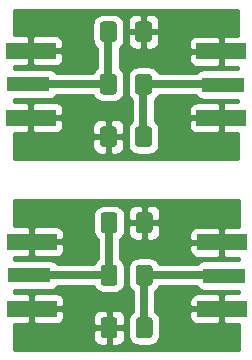
<source format=gtl>
%MOIN*%
%OFA0B0*%
%FSLAX46Y46*%
%IPPOS*%
%LPD*%
%ADD10R,0.14173228346456693X0.05*%
%ADD11R,0.16535433070866143X0.053149606299212608*%
%ADD12C,0.031496062992125991*%
%ADD13C,0.025*%
%ADD14C,0.01*%
%ADD15C,0.0039370078740157488*%
%ADD26R,0.14173228346456693X0.05*%
%ADD27R,0.16535433070866143X0.053149606299212608*%
%ADD28C,0.031496062992125991*%
%ADD29C,0.025*%
%ADD30C,0.01*%
%ADD31C,0.0039370078740157488*%
%LPD*%
G01*
G36*
G01*
X0000313385Y0000425393D02*
X0000313385Y0000474606D01*
G75*
G02*
X0000323228Y0000484448I0000009842D01*
G01*
X0000359645Y0000484448D01*
G75*
G02*
X0000369488Y0000474606J-0000009842D01*
G01*
X0000369488Y0000425393D01*
G75*
G02*
X0000359645Y0000415551I-0000009842D01*
G01*
X0000323228Y0000415551D01*
G75*
G02*
X0000313385Y0000425393J0000009842D01*
G01*
G37*
G36*
G01*
X0000430511Y0000425393D02*
X0000430511Y0000474606D01*
G75*
G02*
X0000440354Y0000484448I0000009842D01*
G01*
X0000476771Y0000484448D01*
G75*
G02*
X0000486614Y0000474606J-0000009842D01*
G01*
X0000486614Y0000425393D01*
G75*
G02*
X0000476771Y0000415551I-0000009842D01*
G01*
X0000440354Y0000415551D01*
G75*
G02*
X0000430511Y0000425393J0000009842D01*
G01*
G37*
G36*
G01*
X0000369488Y0000299606D02*
X0000369488Y0000250393D01*
G75*
G02*
X0000359645Y0000240551I-0000009842D01*
G01*
X0000323228Y0000240551D01*
G75*
G02*
X0000313385Y0000250393J0000009842D01*
G01*
X0000313385Y0000299606D01*
G75*
G02*
X0000323228Y0000309448I0000009842D01*
G01*
X0000359645Y0000309448D01*
G75*
G02*
X0000369488Y0000299606J-0000009842D01*
G01*
G37*
G36*
G01*
X0000486614Y0000299606D02*
X0000486614Y0000250393D01*
G75*
G02*
X0000476771Y0000240551I-0000009842D01*
G01*
X0000440354Y0000240551D01*
G75*
G02*
X0000430511Y0000250393J0000009842D01*
G01*
X0000430511Y0000299606D01*
G75*
G02*
X0000440354Y0000309448I0000009842D01*
G01*
X0000476771Y0000309448D01*
G75*
G02*
X0000486614Y0000299606J-0000009842D01*
G01*
G37*
G36*
G01*
X0000486614Y0000124606D02*
X0000486614Y0000075393D01*
G75*
G02*
X0000476771Y0000065551I-0000009842D01*
G01*
X0000440354Y0000065551D01*
G75*
G02*
X0000430511Y0000075393J0000009842D01*
G01*
X0000430511Y0000124606D01*
G75*
G02*
X0000440354Y0000134448I0000009842D01*
G01*
X0000476771Y0000134448D01*
G75*
G02*
X0000486614Y0000124606J-0000009842D01*
G01*
G37*
G36*
G01*
X0000369488Y0000124606D02*
X0000369488Y0000075393D01*
G75*
G02*
X0000359645Y0000065551I-0000009842D01*
G01*
X0000323228Y0000065551D01*
G75*
G02*
X0000313385Y0000075393J0000009842D01*
G01*
X0000313385Y0000124606D01*
G75*
G02*
X0000323228Y0000134448I0000009842D01*
G01*
X0000359645Y0000134448D01*
G75*
G02*
X0000369488Y0000124606J-0000009842D01*
G01*
G37*
D10*
X0000075125Y0000274999D03*
D11*
X0000083000Y0000163779D03*
X0000083000Y0000386220D03*
X0000717000Y0000162779D03*
X0000717000Y0000385220D03*
D10*
X0000724873Y0000273999D03*
D12*
X0000249999Y0000450000D03*
X0000549999Y0000450000D03*
X0000549999Y0000099999D03*
X0000249999Y0000099999D03*
X0000247999Y0000358000D03*
X0000252000Y0000190000D03*
X0000548999Y0000190000D03*
X0000549999Y0000359999D03*
X0000104999Y0000481999D03*
X0000697999Y0000479999D03*
X0000697999Y0000064999D03*
X0000102999Y0000064999D03*
X0000361999Y0000184000D03*
X0000443999Y0000364999D03*
D13*
X0000099999Y0000274999D02*
X0000341436Y0000274999D01*
X0000341436Y0000450000D02*
X0000341436Y0000274999D01*
X0000699999Y0000274999D02*
X0000458562Y0000274999D01*
X0000458562Y0000099999D02*
X0000458562Y0000274999D01*
D14*
X0000774015Y0000436872D02*
X0000728250Y0000436795D01*
X0000721999Y0000430545D01*
X0000721999Y0000390220D01*
X0000722787Y0000390220D01*
X0000722787Y0000380220D01*
X0000721999Y0000380220D01*
X0000721999Y0000339895D01*
X0000728250Y0000333645D01*
X0000774015Y0000333568D01*
X0000774015Y0000324120D01*
X0000654007Y0000324120D01*
X0000649106Y0000323638D01*
X0000644394Y0000322208D01*
X0000640051Y0000319887D01*
X0000636244Y0000316763D01*
X0000633120Y0000312956D01*
X0000632876Y0000312500D01*
X0000509221Y0000312500D01*
X0000509073Y0000312986D01*
X0000505842Y0000319030D01*
X0000501494Y0000324329D01*
X0000496196Y0000328677D01*
X0000490151Y0000331908D01*
X0000483592Y0000333897D01*
X0000476771Y0000334569D01*
X0000440354Y0000334569D01*
X0000433533Y0000333897D01*
X0000426974Y0000331908D01*
X0000420929Y0000328677D01*
X0000415631Y0000324329D01*
X0000411283Y0000319030D01*
X0000408052Y0000312986D01*
X0000406062Y0000306427D01*
X0000405390Y0000299606D01*
X0000405390Y0000250393D01*
X0000406062Y0000243572D01*
X0000408052Y0000237013D01*
X0000411283Y0000230969D01*
X0000415631Y0000225670D01*
X0000420929Y0000221322D01*
X0000421063Y0000221251D01*
X0000421062Y0000153748D01*
X0000420929Y0000153677D01*
X0000415631Y0000149329D01*
X0000411283Y0000144030D01*
X0000408052Y0000137986D01*
X0000406062Y0000131427D01*
X0000405390Y0000124606D01*
X0000405390Y0000075393D01*
X0000406062Y0000068572D01*
X0000408052Y0000062013D01*
X0000411283Y0000055969D01*
X0000415631Y0000050670D01*
X0000420929Y0000046322D01*
X0000426974Y0000043091D01*
X0000433533Y0000041102D01*
X0000440354Y0000040430D01*
X0000476771Y0000040430D01*
X0000483592Y0000041102D01*
X0000490151Y0000043091D01*
X0000496196Y0000046322D01*
X0000501494Y0000050670D01*
X0000505842Y0000055969D01*
X0000509073Y0000062013D01*
X0000511063Y0000068572D01*
X0000511735Y0000075393D01*
X0000511735Y0000124606D01*
X0000511063Y0000131427D01*
X0000509614Y0000136204D01*
X0000609201Y0000136204D01*
X0000609684Y0000131303D01*
X0000611114Y0000126591D01*
X0000613435Y0000122248D01*
X0000616559Y0000118441D01*
X0000620366Y0000115317D01*
X0000624709Y0000112995D01*
X0000629421Y0000111566D01*
X0000634322Y0000111083D01*
X0000705750Y0000111204D01*
X0000711999Y0000117454D01*
X0000711999Y0000157779D01*
X0000615572Y0000157779D01*
X0000609322Y0000151529D01*
X0000609201Y0000136204D01*
X0000509614Y0000136204D01*
X0000509073Y0000137986D01*
X0000505842Y0000144030D01*
X0000501494Y0000149329D01*
X0000496196Y0000153677D01*
X0000496062Y0000153748D01*
X0000496062Y0000189354D01*
X0000609201Y0000189354D01*
X0000609322Y0000174029D01*
X0000615572Y0000167779D01*
X0000711999Y0000167779D01*
X0000711999Y0000208104D01*
X0000705750Y0000214354D01*
X0000634322Y0000214475D01*
X0000629421Y0000213992D01*
X0000624709Y0000212563D01*
X0000620366Y0000210241D01*
X0000616559Y0000207117D01*
X0000613435Y0000203310D01*
X0000611114Y0000198967D01*
X0000609684Y0000194255D01*
X0000609201Y0000189354D01*
X0000496062Y0000189354D01*
X0000496062Y0000221251D01*
X0000496196Y0000221322D01*
X0000501494Y0000225670D01*
X0000505842Y0000230969D01*
X0000509073Y0000237013D01*
X0000509221Y0000237499D01*
X0000631807Y0000237499D01*
X0000633120Y0000235043D01*
X0000636244Y0000231236D01*
X0000640051Y0000228112D01*
X0000644394Y0000225791D01*
X0000649106Y0000224361D01*
X0000654007Y0000223879D01*
X0000774015Y0000223879D01*
X0000774015Y0000214431D01*
X0000728250Y0000214354D01*
X0000721999Y0000208104D01*
X0000721999Y0000167779D01*
X0000722787Y0000167779D01*
X0000722787Y0000157779D01*
X0000721999Y0000157779D01*
X0000721999Y0000117454D01*
X0000728250Y0000111204D01*
X0000774015Y0000111127D01*
X0000774015Y0000025984D01*
X0000025984Y0000025984D01*
X0000025984Y0000065551D01*
X0000288264Y0000065551D01*
X0000288747Y0000060650D01*
X0000290177Y0000055937D01*
X0000292498Y0000051594D01*
X0000295622Y0000047787D01*
X0000299429Y0000044663D01*
X0000303772Y0000042342D01*
X0000308484Y0000040912D01*
X0000313385Y0000040430D01*
X0000330186Y0000040551D01*
X0000336437Y0000046801D01*
X0000336437Y0000094999D01*
X0000346436Y0000094999D01*
X0000346436Y0000046801D01*
X0000352686Y0000040551D01*
X0000369488Y0000040430D01*
X0000374389Y0000040912D01*
X0000379101Y0000042342D01*
X0000383444Y0000044663D01*
X0000387251Y0000047787D01*
X0000390375Y0000051594D01*
X0000392696Y0000055937D01*
X0000394126Y0000060650D01*
X0000394609Y0000065551D01*
X0000394488Y0000088749D01*
X0000388238Y0000094999D01*
X0000346436Y0000094999D01*
X0000336437Y0000094999D01*
X0000294635Y0000094999D01*
X0000288385Y0000088749D01*
X0000288264Y0000065551D01*
X0000025984Y0000065551D01*
X0000025984Y0000112127D01*
X0000071750Y0000112204D01*
X0000077999Y0000118454D01*
X0000077999Y0000158779D01*
X0000087999Y0000158779D01*
X0000087999Y0000118454D01*
X0000094250Y0000112204D01*
X0000165677Y0000112083D01*
X0000170578Y0000112566D01*
X0000175290Y0000113995D01*
X0000179633Y0000116317D01*
X0000183440Y0000119441D01*
X0000186564Y0000123248D01*
X0000188885Y0000127591D01*
X0000190315Y0000132303D01*
X0000190526Y0000134448D01*
X0000288264Y0000134448D01*
X0000288385Y0000111249D01*
X0000294635Y0000105000D01*
X0000336437Y0000105000D01*
X0000336437Y0000153198D01*
X0000346436Y0000153198D01*
X0000346436Y0000105000D01*
X0000388238Y0000105000D01*
X0000394488Y0000111249D01*
X0000394609Y0000134448D01*
X0000394126Y0000139349D01*
X0000392696Y0000144062D01*
X0000390375Y0000148405D01*
X0000387251Y0000152212D01*
X0000383444Y0000155336D01*
X0000379101Y0000157657D01*
X0000374389Y0000159087D01*
X0000369488Y0000159569D01*
X0000352686Y0000159448D01*
X0000346436Y0000153198D01*
X0000336437Y0000153198D01*
X0000330186Y0000159448D01*
X0000313385Y0000159569D01*
X0000308484Y0000159087D01*
X0000303772Y0000157657D01*
X0000299429Y0000155336D01*
X0000295622Y0000152212D01*
X0000292498Y0000148405D01*
X0000290177Y0000144062D01*
X0000288747Y0000139349D01*
X0000288264Y0000134448D01*
X0000190526Y0000134448D01*
X0000190798Y0000137204D01*
X0000190677Y0000152529D01*
X0000184427Y0000158779D01*
X0000087999Y0000158779D01*
X0000077999Y0000158779D01*
X0000077212Y0000158779D01*
X0000077212Y0000168779D01*
X0000077999Y0000168779D01*
X0000077999Y0000209104D01*
X0000087999Y0000209104D01*
X0000087999Y0000168779D01*
X0000184427Y0000168779D01*
X0000190677Y0000175029D01*
X0000190798Y0000190354D01*
X0000190315Y0000195255D01*
X0000188885Y0000199967D01*
X0000186564Y0000204310D01*
X0000183440Y0000208117D01*
X0000179633Y0000211241D01*
X0000175290Y0000213563D01*
X0000170578Y0000214992D01*
X0000165677Y0000215475D01*
X0000094250Y0000215354D01*
X0000087999Y0000209104D01*
X0000077999Y0000209104D01*
X0000071750Y0000215354D01*
X0000025984Y0000215431D01*
X0000025984Y0000224879D01*
X0000145992Y0000224879D01*
X0000150892Y0000225361D01*
X0000155605Y0000226791D01*
X0000159948Y0000229112D01*
X0000163755Y0000232236D01*
X0000166879Y0000236043D01*
X0000167657Y0000237499D01*
X0000290778Y0000237499D01*
X0000290926Y0000237013D01*
X0000294157Y0000230969D01*
X0000298505Y0000225670D01*
X0000303803Y0000221322D01*
X0000309848Y0000218091D01*
X0000316407Y0000216102D01*
X0000323228Y0000215430D01*
X0000359645Y0000215430D01*
X0000366466Y0000216102D01*
X0000373025Y0000218091D01*
X0000379070Y0000221322D01*
X0000384368Y0000225670D01*
X0000388716Y0000230969D01*
X0000391947Y0000237013D01*
X0000393937Y0000243572D01*
X0000394609Y0000250393D01*
X0000394609Y0000299606D01*
X0000393937Y0000306427D01*
X0000391947Y0000312986D01*
X0000388716Y0000319030D01*
X0000384368Y0000324329D01*
X0000379070Y0000328677D01*
X0000378936Y0000328748D01*
X0000378936Y0000358645D01*
X0000609201Y0000358645D01*
X0000609684Y0000353744D01*
X0000611114Y0000349032D01*
X0000613435Y0000344689D01*
X0000616559Y0000340882D01*
X0000620366Y0000337758D01*
X0000624709Y0000335436D01*
X0000629421Y0000334007D01*
X0000634322Y0000333524D01*
X0000705750Y0000333645D01*
X0000711999Y0000339895D01*
X0000711999Y0000380220D01*
X0000615572Y0000380220D01*
X0000609322Y0000373970D01*
X0000609201Y0000358645D01*
X0000378936Y0000358645D01*
X0000378936Y0000396251D01*
X0000379070Y0000396322D01*
X0000384368Y0000400670D01*
X0000388716Y0000405969D01*
X0000391947Y0000412013D01*
X0000393020Y0000415551D01*
X0000405390Y0000415551D01*
X0000405873Y0000410650D01*
X0000407303Y0000405937D01*
X0000409624Y0000401594D01*
X0000412748Y0000397787D01*
X0000416555Y0000394663D01*
X0000420898Y0000392342D01*
X0000425610Y0000390912D01*
X0000430511Y0000390430D01*
X0000447312Y0000390551D01*
X0000453562Y0000396801D01*
X0000453562Y0000444999D01*
X0000463562Y0000444999D01*
X0000463562Y0000396801D01*
X0000469812Y0000390551D01*
X0000486614Y0000390430D01*
X0000491515Y0000390912D01*
X0000496227Y0000392342D01*
X0000500570Y0000394663D01*
X0000504377Y0000397787D01*
X0000507501Y0000401594D01*
X0000509822Y0000405937D01*
X0000511252Y0000410650D01*
X0000511365Y0000411795D01*
X0000609201Y0000411795D01*
X0000609322Y0000396470D01*
X0000615572Y0000390220D01*
X0000711999Y0000390220D01*
X0000711999Y0000430545D01*
X0000705750Y0000436795D01*
X0000634322Y0000436916D01*
X0000629421Y0000436433D01*
X0000624709Y0000435003D01*
X0000620366Y0000432682D01*
X0000616559Y0000429558D01*
X0000613435Y0000425751D01*
X0000611114Y0000421408D01*
X0000609684Y0000416696D01*
X0000609201Y0000411795D01*
X0000511365Y0000411795D01*
X0000511735Y0000415551D01*
X0000511614Y0000438750D01*
X0000505364Y0000444999D01*
X0000463562Y0000444999D01*
X0000453562Y0000444999D01*
X0000411761Y0000444999D01*
X0000405511Y0000438750D01*
X0000405390Y0000415551D01*
X0000393020Y0000415551D01*
X0000393937Y0000418572D01*
X0000394609Y0000425393D01*
X0000394609Y0000474606D01*
X0000393937Y0000481427D01*
X0000393020Y0000484448D01*
X0000405390Y0000484448D01*
X0000405511Y0000461250D01*
X0000411761Y0000454999D01*
X0000453562Y0000454999D01*
X0000453562Y0000503198D01*
X0000463562Y0000503198D01*
X0000463562Y0000454999D01*
X0000505364Y0000454999D01*
X0000511614Y0000461250D01*
X0000511735Y0000484448D01*
X0000511252Y0000489349D01*
X0000509822Y0000494062D01*
X0000507501Y0000498405D01*
X0000504377Y0000502211D01*
X0000500570Y0000505336D01*
X0000496227Y0000507657D01*
X0000491515Y0000509087D01*
X0000486614Y0000509569D01*
X0000469812Y0000509448D01*
X0000463562Y0000503198D01*
X0000453562Y0000503198D01*
X0000447312Y0000509448D01*
X0000430511Y0000509569D01*
X0000425610Y0000509087D01*
X0000420898Y0000507657D01*
X0000416555Y0000505336D01*
X0000412748Y0000502211D01*
X0000409624Y0000498405D01*
X0000407303Y0000494062D01*
X0000405873Y0000489349D01*
X0000405390Y0000484448D01*
X0000393020Y0000484448D01*
X0000391947Y0000487986D01*
X0000388716Y0000494030D01*
X0000384368Y0000499329D01*
X0000379070Y0000503677D01*
X0000373025Y0000506908D01*
X0000366466Y0000508897D01*
X0000359645Y0000509569D01*
X0000323228Y0000509569D01*
X0000316407Y0000508897D01*
X0000309848Y0000506908D01*
X0000303803Y0000503677D01*
X0000298505Y0000499329D01*
X0000294157Y0000494030D01*
X0000290926Y0000487986D01*
X0000288936Y0000481427D01*
X0000288264Y0000474606D01*
X0000288264Y0000425393D01*
X0000288936Y0000418572D01*
X0000290926Y0000412013D01*
X0000294157Y0000405969D01*
X0000298505Y0000400670D01*
X0000303803Y0000396322D01*
X0000303936Y0000396251D01*
X0000303937Y0000328748D01*
X0000303803Y0000328677D01*
X0000298505Y0000324329D01*
X0000294157Y0000319030D01*
X0000290926Y0000312986D01*
X0000290778Y0000312500D01*
X0000167657Y0000312500D01*
X0000166879Y0000313956D01*
X0000163755Y0000317763D01*
X0000159948Y0000320887D01*
X0000155605Y0000323208D01*
X0000150892Y0000324638D01*
X0000145992Y0000325120D01*
X0000025984Y0000325120D01*
X0000025984Y0000334568D01*
X0000071750Y0000334645D01*
X0000077999Y0000340895D01*
X0000077999Y0000381220D01*
X0000087999Y0000381220D01*
X0000087999Y0000340895D01*
X0000094250Y0000334645D01*
X0000165677Y0000334524D01*
X0000170578Y0000335007D01*
X0000175290Y0000336436D01*
X0000179633Y0000338758D01*
X0000183440Y0000341882D01*
X0000186564Y0000345689D01*
X0000188885Y0000350032D01*
X0000190315Y0000354744D01*
X0000190798Y0000359645D01*
X0000190677Y0000374970D01*
X0000184427Y0000381220D01*
X0000087999Y0000381220D01*
X0000077999Y0000381220D01*
X0000077212Y0000381220D01*
X0000077212Y0000391220D01*
X0000077999Y0000391220D01*
X0000077999Y0000431545D01*
X0000087999Y0000431545D01*
X0000087999Y0000391220D01*
X0000184427Y0000391220D01*
X0000190677Y0000397470D01*
X0000190798Y0000412795D01*
X0000190315Y0000417696D01*
X0000188885Y0000422408D01*
X0000186564Y0000426751D01*
X0000183440Y0000430558D01*
X0000179633Y0000433682D01*
X0000175290Y0000436003D01*
X0000170578Y0000437433D01*
X0000165677Y0000437916D01*
X0000094250Y0000437795D01*
X0000087999Y0000431545D01*
X0000077999Y0000431545D01*
X0000071750Y0000437795D01*
X0000025984Y0000437872D01*
X0000025984Y0000524015D01*
X0000774015Y0000524015D01*
X0000774015Y0000436872D01*
D15*
G36*
X0000774015Y0000436872D02*
G01*
X0000728250Y0000436795D01*
X0000721999Y0000430545D01*
X0000721999Y0000390220D01*
X0000722787Y0000390220D01*
X0000722787Y0000380220D01*
X0000721999Y0000380220D01*
X0000721999Y0000339895D01*
X0000728250Y0000333645D01*
X0000774015Y0000333568D01*
X0000774015Y0000324120D01*
X0000654007Y0000324120D01*
X0000649106Y0000323638D01*
X0000644394Y0000322208D01*
X0000640051Y0000319887D01*
X0000636244Y0000316763D01*
X0000633120Y0000312956D01*
X0000632876Y0000312500D01*
X0000509221Y0000312500D01*
X0000509073Y0000312986D01*
X0000505842Y0000319030D01*
X0000501494Y0000324329D01*
X0000496196Y0000328677D01*
X0000490151Y0000331908D01*
X0000483592Y0000333897D01*
X0000476771Y0000334569D01*
X0000440354Y0000334569D01*
X0000433533Y0000333897D01*
X0000426974Y0000331908D01*
X0000420929Y0000328677D01*
X0000415631Y0000324329D01*
X0000411283Y0000319030D01*
X0000408052Y0000312986D01*
X0000406062Y0000306427D01*
X0000405390Y0000299606D01*
X0000405390Y0000250393D01*
X0000406062Y0000243572D01*
X0000408052Y0000237013D01*
X0000411283Y0000230969D01*
X0000415631Y0000225670D01*
X0000420929Y0000221322D01*
X0000421063Y0000221251D01*
X0000421062Y0000153748D01*
X0000420929Y0000153677D01*
X0000415631Y0000149329D01*
X0000411283Y0000144030D01*
X0000408052Y0000137986D01*
X0000406062Y0000131427D01*
X0000405390Y0000124606D01*
X0000405390Y0000075393D01*
X0000406062Y0000068572D01*
X0000408052Y0000062013D01*
X0000411283Y0000055969D01*
X0000415631Y0000050670D01*
X0000420929Y0000046322D01*
X0000426974Y0000043091D01*
X0000433533Y0000041102D01*
X0000440354Y0000040430D01*
X0000476771Y0000040430D01*
X0000483592Y0000041102D01*
X0000490151Y0000043091D01*
X0000496196Y0000046322D01*
X0000501494Y0000050670D01*
X0000505842Y0000055969D01*
X0000509073Y0000062013D01*
X0000511063Y0000068572D01*
X0000511735Y0000075393D01*
X0000511735Y0000124606D01*
X0000511063Y0000131427D01*
X0000509614Y0000136204D01*
X0000609201Y0000136204D01*
X0000609684Y0000131303D01*
X0000611114Y0000126591D01*
X0000613435Y0000122248D01*
X0000616559Y0000118441D01*
X0000620366Y0000115317D01*
X0000624709Y0000112995D01*
X0000629421Y0000111566D01*
X0000634322Y0000111083D01*
X0000705750Y0000111204D01*
X0000711999Y0000117454D01*
X0000711999Y0000157779D01*
X0000615572Y0000157779D01*
X0000609322Y0000151529D01*
X0000609201Y0000136204D01*
X0000509614Y0000136204D01*
X0000509073Y0000137986D01*
X0000505842Y0000144030D01*
X0000501494Y0000149329D01*
X0000496196Y0000153677D01*
X0000496062Y0000153748D01*
X0000496062Y0000189354D01*
X0000609201Y0000189354D01*
X0000609322Y0000174029D01*
X0000615572Y0000167779D01*
X0000711999Y0000167779D01*
X0000711999Y0000208104D01*
X0000705750Y0000214354D01*
X0000634322Y0000214475D01*
X0000629421Y0000213992D01*
X0000624709Y0000212563D01*
X0000620366Y0000210241D01*
X0000616559Y0000207117D01*
X0000613435Y0000203310D01*
X0000611114Y0000198967D01*
X0000609684Y0000194255D01*
X0000609201Y0000189354D01*
X0000496062Y0000189354D01*
X0000496062Y0000221251D01*
X0000496196Y0000221322D01*
X0000501494Y0000225670D01*
X0000505842Y0000230969D01*
X0000509073Y0000237013D01*
X0000509221Y0000237499D01*
X0000631807Y0000237499D01*
X0000633120Y0000235043D01*
X0000636244Y0000231236D01*
X0000640051Y0000228112D01*
X0000644394Y0000225791D01*
X0000649106Y0000224361D01*
X0000654007Y0000223879D01*
X0000774015Y0000223879D01*
X0000774015Y0000214431D01*
X0000728250Y0000214354D01*
X0000721999Y0000208104D01*
X0000721999Y0000167779D01*
X0000722787Y0000167779D01*
X0000722787Y0000157779D01*
X0000721999Y0000157779D01*
X0000721999Y0000117454D01*
X0000728250Y0000111204D01*
X0000774015Y0000111127D01*
X0000774015Y0000025984D01*
X0000025984Y0000025984D01*
X0000025984Y0000065551D01*
X0000288264Y0000065551D01*
X0000288747Y0000060650D01*
X0000290177Y0000055937D01*
X0000292498Y0000051594D01*
X0000295622Y0000047787D01*
X0000299429Y0000044663D01*
X0000303772Y0000042342D01*
X0000308484Y0000040912D01*
X0000313385Y0000040430D01*
X0000330186Y0000040551D01*
X0000336437Y0000046801D01*
X0000336437Y0000094999D01*
X0000346436Y0000094999D01*
X0000346436Y0000046801D01*
X0000352686Y0000040551D01*
X0000369488Y0000040430D01*
X0000374389Y0000040912D01*
X0000379101Y0000042342D01*
X0000383444Y0000044663D01*
X0000387251Y0000047787D01*
X0000390375Y0000051594D01*
X0000392696Y0000055937D01*
X0000394126Y0000060650D01*
X0000394609Y0000065551D01*
X0000394488Y0000088749D01*
X0000388238Y0000094999D01*
X0000346436Y0000094999D01*
X0000336437Y0000094999D01*
X0000294635Y0000094999D01*
X0000288385Y0000088749D01*
X0000288264Y0000065551D01*
X0000025984Y0000065551D01*
X0000025984Y0000112127D01*
X0000071750Y0000112204D01*
X0000077999Y0000118454D01*
X0000077999Y0000158779D01*
X0000087999Y0000158779D01*
X0000087999Y0000118454D01*
X0000094250Y0000112204D01*
X0000165677Y0000112083D01*
X0000170578Y0000112566D01*
X0000175290Y0000113995D01*
X0000179633Y0000116317D01*
X0000183440Y0000119441D01*
X0000186564Y0000123248D01*
X0000188885Y0000127591D01*
X0000190315Y0000132303D01*
X0000190526Y0000134448D01*
X0000288264Y0000134448D01*
X0000288385Y0000111249D01*
X0000294635Y0000105000D01*
X0000336437Y0000105000D01*
X0000336437Y0000153198D01*
X0000346436Y0000153198D01*
X0000346436Y0000105000D01*
X0000388238Y0000105000D01*
X0000394488Y0000111249D01*
X0000394609Y0000134448D01*
X0000394126Y0000139349D01*
X0000392696Y0000144062D01*
X0000390375Y0000148405D01*
X0000387251Y0000152212D01*
X0000383444Y0000155336D01*
X0000379101Y0000157657D01*
X0000374389Y0000159087D01*
X0000369488Y0000159569D01*
X0000352686Y0000159448D01*
X0000346436Y0000153198D01*
X0000336437Y0000153198D01*
X0000330186Y0000159448D01*
X0000313385Y0000159569D01*
X0000308484Y0000159087D01*
X0000303772Y0000157657D01*
X0000299429Y0000155336D01*
X0000295622Y0000152212D01*
X0000292498Y0000148405D01*
X0000290177Y0000144062D01*
X0000288747Y0000139349D01*
X0000288264Y0000134448D01*
X0000190526Y0000134448D01*
X0000190798Y0000137204D01*
X0000190677Y0000152529D01*
X0000184427Y0000158779D01*
X0000087999Y0000158779D01*
X0000077999Y0000158779D01*
X0000077212Y0000158779D01*
X0000077212Y0000168779D01*
X0000077999Y0000168779D01*
X0000077999Y0000209104D01*
X0000087999Y0000209104D01*
X0000087999Y0000168779D01*
X0000184427Y0000168779D01*
X0000190677Y0000175029D01*
X0000190798Y0000190354D01*
X0000190315Y0000195255D01*
X0000188885Y0000199967D01*
X0000186564Y0000204310D01*
X0000183440Y0000208117D01*
X0000179633Y0000211241D01*
X0000175290Y0000213563D01*
X0000170578Y0000214992D01*
X0000165677Y0000215475D01*
X0000094250Y0000215354D01*
X0000087999Y0000209104D01*
X0000077999Y0000209104D01*
X0000071750Y0000215354D01*
X0000025984Y0000215431D01*
X0000025984Y0000224879D01*
X0000145992Y0000224879D01*
X0000150892Y0000225361D01*
X0000155605Y0000226791D01*
X0000159948Y0000229112D01*
X0000163755Y0000232236D01*
X0000166879Y0000236043D01*
X0000167657Y0000237499D01*
X0000290778Y0000237499D01*
X0000290926Y0000237013D01*
X0000294157Y0000230969D01*
X0000298505Y0000225670D01*
X0000303803Y0000221322D01*
X0000309848Y0000218091D01*
X0000316407Y0000216102D01*
X0000323228Y0000215430D01*
X0000359645Y0000215430D01*
X0000366466Y0000216102D01*
X0000373025Y0000218091D01*
X0000379070Y0000221322D01*
X0000384368Y0000225670D01*
X0000388716Y0000230969D01*
X0000391947Y0000237013D01*
X0000393937Y0000243572D01*
X0000394609Y0000250393D01*
X0000394609Y0000299606D01*
X0000393937Y0000306427D01*
X0000391947Y0000312986D01*
X0000388716Y0000319030D01*
X0000384368Y0000324329D01*
X0000379070Y0000328677D01*
X0000378936Y0000328748D01*
X0000378936Y0000358645D01*
X0000609201Y0000358645D01*
X0000609684Y0000353744D01*
X0000611114Y0000349032D01*
X0000613435Y0000344689D01*
X0000616559Y0000340882D01*
X0000620366Y0000337758D01*
X0000624709Y0000335436D01*
X0000629421Y0000334007D01*
X0000634322Y0000333524D01*
X0000705750Y0000333645D01*
X0000711999Y0000339895D01*
X0000711999Y0000380220D01*
X0000615572Y0000380220D01*
X0000609322Y0000373970D01*
X0000609201Y0000358645D01*
X0000378936Y0000358645D01*
X0000378936Y0000396251D01*
X0000379070Y0000396322D01*
X0000384368Y0000400670D01*
X0000388716Y0000405969D01*
X0000391947Y0000412013D01*
X0000393020Y0000415551D01*
X0000405390Y0000415551D01*
X0000405873Y0000410650D01*
X0000407303Y0000405937D01*
X0000409624Y0000401594D01*
X0000412748Y0000397787D01*
X0000416555Y0000394663D01*
X0000420898Y0000392342D01*
X0000425610Y0000390912D01*
X0000430511Y0000390430D01*
X0000447312Y0000390551D01*
X0000453562Y0000396801D01*
X0000453562Y0000444999D01*
X0000463562Y0000444999D01*
X0000463562Y0000396801D01*
X0000469812Y0000390551D01*
X0000486614Y0000390430D01*
X0000491515Y0000390912D01*
X0000496227Y0000392342D01*
X0000500570Y0000394663D01*
X0000504377Y0000397787D01*
X0000507501Y0000401594D01*
X0000509822Y0000405937D01*
X0000511252Y0000410650D01*
X0000511365Y0000411795D01*
X0000609201Y0000411795D01*
X0000609322Y0000396470D01*
X0000615572Y0000390220D01*
X0000711999Y0000390220D01*
X0000711999Y0000430545D01*
X0000705750Y0000436795D01*
X0000634322Y0000436916D01*
X0000629421Y0000436433D01*
X0000624709Y0000435003D01*
X0000620366Y0000432682D01*
X0000616559Y0000429558D01*
X0000613435Y0000425751D01*
X0000611114Y0000421408D01*
X0000609684Y0000416696D01*
X0000609201Y0000411795D01*
X0000511365Y0000411795D01*
X0000511735Y0000415551D01*
X0000511614Y0000438750D01*
X0000505364Y0000444999D01*
X0000463562Y0000444999D01*
X0000453562Y0000444999D01*
X0000411761Y0000444999D01*
X0000405511Y0000438750D01*
X0000405390Y0000415551D01*
X0000393020Y0000415551D01*
X0000393937Y0000418572D01*
X0000394609Y0000425393D01*
X0000394609Y0000474606D01*
X0000393937Y0000481427D01*
X0000393020Y0000484448D01*
X0000405390Y0000484448D01*
X0000405511Y0000461250D01*
X0000411761Y0000454999D01*
X0000453562Y0000454999D01*
X0000453562Y0000503198D01*
X0000463562Y0000503198D01*
X0000463562Y0000454999D01*
X0000505364Y0000454999D01*
X0000511614Y0000461250D01*
X0000511735Y0000484448D01*
X0000511252Y0000489349D01*
X0000509822Y0000494062D01*
X0000507501Y0000498405D01*
X0000504377Y0000502211D01*
X0000500570Y0000505336D01*
X0000496227Y0000507657D01*
X0000491515Y0000509087D01*
X0000486614Y0000509569D01*
X0000469812Y0000509448D01*
X0000463562Y0000503198D01*
X0000453562Y0000503198D01*
X0000447312Y0000509448D01*
X0000430511Y0000509569D01*
X0000425610Y0000509087D01*
X0000420898Y0000507657D01*
X0000416555Y0000505336D01*
X0000412748Y0000502211D01*
X0000409624Y0000498405D01*
X0000407303Y0000494062D01*
X0000405873Y0000489349D01*
X0000405390Y0000484448D01*
X0000393020Y0000484448D01*
X0000391947Y0000487986D01*
X0000388716Y0000494030D01*
X0000384368Y0000499329D01*
X0000379070Y0000503677D01*
X0000373025Y0000506908D01*
X0000366466Y0000508897D01*
X0000359645Y0000509569D01*
X0000323228Y0000509569D01*
X0000316407Y0000508897D01*
X0000309848Y0000506908D01*
X0000303803Y0000503677D01*
X0000298505Y0000499329D01*
X0000294157Y0000494030D01*
X0000290926Y0000487986D01*
X0000288936Y0000481427D01*
X0000288264Y0000474606D01*
X0000288264Y0000425393D01*
X0000288936Y0000418572D01*
X0000290926Y0000412013D01*
X0000294157Y0000405969D01*
X0000298505Y0000400670D01*
X0000303803Y0000396322D01*
X0000303936Y0000396251D01*
X0000303937Y0000328748D01*
X0000303803Y0000328677D01*
X0000298505Y0000324329D01*
X0000294157Y0000319030D01*
X0000290926Y0000312986D01*
X0000290778Y0000312500D01*
X0000167657Y0000312500D01*
X0000166879Y0000313956D01*
X0000163755Y0000317763D01*
X0000159948Y0000320887D01*
X0000155605Y0000323208D01*
X0000150892Y0000324638D01*
X0000145992Y0000325120D01*
X0000025984Y0000325120D01*
X0000025984Y0000334568D01*
X0000071750Y0000334645D01*
X0000077999Y0000340895D01*
X0000077999Y0000381220D01*
X0000087999Y0000381220D01*
X0000087999Y0000340895D01*
X0000094250Y0000334645D01*
X0000165677Y0000334524D01*
X0000170578Y0000335007D01*
X0000175290Y0000336436D01*
X0000179633Y0000338758D01*
X0000183440Y0000341882D01*
X0000186564Y0000345689D01*
X0000188885Y0000350032D01*
X0000190315Y0000354744D01*
X0000190798Y0000359645D01*
X0000190677Y0000374970D01*
X0000184427Y0000381220D01*
X0000087999Y0000381220D01*
X0000077999Y0000381220D01*
X0000077212Y0000381220D01*
X0000077212Y0000391220D01*
X0000077999Y0000391220D01*
X0000077999Y0000431545D01*
X0000087999Y0000431545D01*
X0000087999Y0000391220D01*
X0000184427Y0000391220D01*
X0000190677Y0000397470D01*
X0000190798Y0000412795D01*
X0000190315Y0000417696D01*
X0000188885Y0000422408D01*
X0000186564Y0000426751D01*
X0000183440Y0000430558D01*
X0000179633Y0000433682D01*
X0000175290Y0000436003D01*
X0000170578Y0000437433D01*
X0000165677Y0000437916D01*
X0000094250Y0000437795D01*
X0000087999Y0000431545D01*
X0000077999Y0000431545D01*
X0000071750Y0000437795D01*
X0000025984Y0000437872D01*
X0000025984Y0000524015D01*
X0000774015Y0000524015D01*
X0000774015Y0000436872D01*
G37*
G04 next file*
%LPD*%
G04 Gerber Fmt 4.6, Leading zero omitted, Abs format (unit mm)*
G04 Created by KiCad (PCBNEW (5.1.10)-1) date 2021-10-03 13:09:16*
G01*
G04 APERTURE LIST*
G04 APERTURE END LIST*
G36*
G01*
X0000311023Y0001062007D02*
X0000311023Y0001111220D01*
G75*
G02*
X0000320866Y0001121062I0000009842D01*
G01*
X0000357283Y0001121062D01*
G75*
G02*
X0000367125Y0001111220J-0000009842D01*
G01*
X0000367125Y0001062007D01*
G75*
G02*
X0000357283Y0001052165I-0000009842D01*
G01*
X0000320866Y0001052165D01*
G75*
G02*
X0000311023Y0001062007J0000009842D01*
G01*
G37*
G36*
G01*
X0000428149Y0001062007D02*
X0000428149Y0001111220D01*
G75*
G02*
X0000437992Y0001121062I0000009842D01*
G01*
X0000474409Y0001121062D01*
G75*
G02*
X0000484251Y0001111220J-0000009842D01*
G01*
X0000484251Y0001062007D01*
G75*
G02*
X0000474409Y0001052165I-0000009842D01*
G01*
X0000437992Y0001052165D01*
G75*
G02*
X0000428149Y0001062007J0000009842D01*
G01*
G37*
G36*
G01*
X0000367125Y0000936220D02*
X0000367125Y0000887007D01*
G75*
G02*
X0000357283Y0000877165I-0000009842D01*
G01*
X0000320866Y0000877165D01*
G75*
G02*
X0000311023Y0000887007J0000009842D01*
G01*
X0000311023Y0000936220D01*
G75*
G02*
X0000320866Y0000946062I0000009842D01*
G01*
X0000357283Y0000946062D01*
G75*
G02*
X0000367125Y0000936220J-0000009842D01*
G01*
G37*
G36*
G01*
X0000484251Y0000936220D02*
X0000484251Y0000887007D01*
G75*
G02*
X0000474409Y0000877165I-0000009842D01*
G01*
X0000437992Y0000877165D01*
G75*
G02*
X0000428149Y0000887007J0000009842D01*
G01*
X0000428149Y0000936220D01*
G75*
G02*
X0000437992Y0000946062I0000009842D01*
G01*
X0000474409Y0000946062D01*
G75*
G02*
X0000484251Y0000936220J-0000009842D01*
G01*
G37*
G36*
G01*
X0000484251Y0000761220D02*
X0000484251Y0000712007D01*
G75*
G02*
X0000474409Y0000702165I-0000009842D01*
G01*
X0000437992Y0000702165D01*
G75*
G02*
X0000428149Y0000712007J0000009842D01*
G01*
X0000428149Y0000761220D01*
G75*
G02*
X0000437992Y0000771062I0000009842D01*
G01*
X0000474409Y0000771062D01*
G75*
G02*
X0000484251Y0000761220J-0000009842D01*
G01*
G37*
G36*
G01*
X0000367125Y0000761220D02*
X0000367125Y0000712007D01*
G75*
G02*
X0000357283Y0000702165I-0000009842D01*
G01*
X0000320866Y0000702165D01*
G75*
G02*
X0000311023Y0000712007J0000009842D01*
G01*
X0000311023Y0000761220D01*
G75*
G02*
X0000320866Y0000771062I0000009842D01*
G01*
X0000357283Y0000771062D01*
G75*
G02*
X0000367125Y0000761220J-0000009842D01*
G01*
G37*
D26*
X0000072763Y0000911614D03*
D27*
X0000080637Y0000800393D03*
X0000080637Y0001022834D03*
X0000714637Y0000799393D03*
X0000714637Y0001021834D03*
D26*
X0000722511Y0000910614D03*
D28*
X0000247637Y0001086614D03*
X0000547637Y0001086614D03*
X0000547637Y0000736614D03*
X0000247637Y0000736614D03*
X0000245637Y0000994614D03*
X0000249637Y0000826614D03*
X0000546637Y0000826614D03*
X0000547637Y0000996614D03*
X0000102637Y0001118614D03*
X0000695637Y0001116614D03*
X0000695637Y0000701614D03*
X0000100637Y0000701614D03*
X0000359637Y0000820614D03*
X0000441637Y0001001614D03*
D29*
X0000097637Y0000911614D02*
X0000339074Y0000911614D01*
X0000339074Y0001086614D02*
X0000339074Y0000911614D01*
X0000697637Y0000911614D02*
X0000456200Y0000911614D01*
X0000456200Y0000736614D02*
X0000456200Y0000911614D01*
D30*
X0000771653Y0001073486D02*
X0000725887Y0001073409D01*
X0000719637Y0001067159D01*
X0000719637Y0001026834D01*
X0000720425Y0001026834D01*
X0000720425Y0001016834D01*
X0000719637Y0001016834D01*
X0000719637Y0000976509D01*
X0000725887Y0000970259D01*
X0000771653Y0000970182D01*
X0000771653Y0000960735D01*
X0000651645Y0000960735D01*
X0000646744Y0000960252D01*
X0000642032Y0000958822D01*
X0000637689Y0000956501D01*
X0000633882Y0000953377D01*
X0000630758Y0000949570D01*
X0000630514Y0000949114D01*
X0000506858Y0000949114D01*
X0000506711Y0000949600D01*
X0000503480Y0000955645D01*
X0000499132Y0000960943D01*
X0000493834Y0000965291D01*
X0000487789Y0000968522D01*
X0000481230Y0000970512D01*
X0000474409Y0000971183D01*
X0000437992Y0000971183D01*
X0000431171Y0000970512D01*
X0000424612Y0000968522D01*
X0000418567Y0000965291D01*
X0000413269Y0000960943D01*
X0000408921Y0000955645D01*
X0000405690Y0000949600D01*
X0000403700Y0000943041D01*
X0000403028Y0000936220D01*
X0000403028Y0000887007D01*
X0000403700Y0000880186D01*
X0000405690Y0000873627D01*
X0000408921Y0000867583D01*
X0000413269Y0000862284D01*
X0000418567Y0000857936D01*
X0000418700Y0000857865D01*
X0000418700Y0000790362D01*
X0000418567Y0000790291D01*
X0000413269Y0000785943D01*
X0000408921Y0000780645D01*
X0000405690Y0000774600D01*
X0000403700Y0000768041D01*
X0000403028Y0000761220D01*
X0000403028Y0000712007D01*
X0000403700Y0000705186D01*
X0000405690Y0000698627D01*
X0000408921Y0000692583D01*
X0000413269Y0000687284D01*
X0000418567Y0000682936D01*
X0000424612Y0000679705D01*
X0000431171Y0000677716D01*
X0000437992Y0000677044D01*
X0000474409Y0000677044D01*
X0000481230Y0000677716D01*
X0000487789Y0000679705D01*
X0000493834Y0000682936D01*
X0000499132Y0000687284D01*
X0000503480Y0000692583D01*
X0000506711Y0000698627D01*
X0000508701Y0000705186D01*
X0000509372Y0000712007D01*
X0000509372Y0000761220D01*
X0000508701Y0000768041D01*
X0000507251Y0000772818D01*
X0000606839Y0000772818D01*
X0000607322Y0000767918D01*
X0000608751Y0000763205D01*
X0000611073Y0000758862D01*
X0000614197Y0000755055D01*
X0000618004Y0000751931D01*
X0000622347Y0000749610D01*
X0000627059Y0000748180D01*
X0000631960Y0000747697D01*
X0000703387Y0000747818D01*
X0000709637Y0000754068D01*
X0000709637Y0000794393D01*
X0000613210Y0000794393D01*
X0000606960Y0000788143D01*
X0000606839Y0000772818D01*
X0000507251Y0000772818D01*
X0000506711Y0000774600D01*
X0000503480Y0000780645D01*
X0000499132Y0000785943D01*
X0000493834Y0000790291D01*
X0000493700Y0000790362D01*
X0000493700Y0000825968D01*
X0000606839Y0000825968D01*
X0000606960Y0000810643D01*
X0000613210Y0000804393D01*
X0000709637Y0000804393D01*
X0000709637Y0000844718D01*
X0000703387Y0000850968D01*
X0000631960Y0000851089D01*
X0000627059Y0000850606D01*
X0000622347Y0000849177D01*
X0000618004Y0000846855D01*
X0000614197Y0000843731D01*
X0000611073Y0000839924D01*
X0000608751Y0000835581D01*
X0000607322Y0000830869D01*
X0000606839Y0000825968D01*
X0000493700Y0000825968D01*
X0000493700Y0000857865D01*
X0000493834Y0000857936D01*
X0000499132Y0000862284D01*
X0000503480Y0000867583D01*
X0000506711Y0000873627D01*
X0000506858Y0000874114D01*
X0000629445Y0000874114D01*
X0000630758Y0000871657D01*
X0000633882Y0000867850D01*
X0000637689Y0000864726D01*
X0000642032Y0000862405D01*
X0000646744Y0000860975D01*
X0000651645Y0000860493D01*
X0000771653Y0000860493D01*
X0000771653Y0000851045D01*
X0000725887Y0000850968D01*
X0000719637Y0000844718D01*
X0000719637Y0000804393D01*
X0000720425Y0000804393D01*
X0000720425Y0000794393D01*
X0000719637Y0000794393D01*
X0000719637Y0000754068D01*
X0000725887Y0000747818D01*
X0000771653Y0000747741D01*
X0000771653Y0000662598D01*
X0000023622Y0000662598D01*
X0000023622Y0000702165D01*
X0000285902Y0000702165D01*
X0000286385Y0000697264D01*
X0000287814Y0000692551D01*
X0000290136Y0000688208D01*
X0000293260Y0000684402D01*
X0000297067Y0000681278D01*
X0000301410Y0000678956D01*
X0000306122Y0000677527D01*
X0000311023Y0000677044D01*
X0000327824Y0000677165D01*
X0000334074Y0000683415D01*
X0000334074Y0000731614D01*
X0000344074Y0000731614D01*
X0000344074Y0000683415D01*
X0000350324Y0000677165D01*
X0000367125Y0000677044D01*
X0000372026Y0000677527D01*
X0000376739Y0000678956D01*
X0000381082Y0000681278D01*
X0000384889Y0000684402D01*
X0000388013Y0000688208D01*
X0000390334Y0000692551D01*
X0000391764Y0000697264D01*
X0000392246Y0000702165D01*
X0000392125Y0000725364D01*
X0000385875Y0000731614D01*
X0000344074Y0000731614D01*
X0000334074Y0000731614D01*
X0000292273Y0000731614D01*
X0000286023Y0000725364D01*
X0000285902Y0000702165D01*
X0000023622Y0000702165D01*
X0000023622Y0000748741D01*
X0000069387Y0000748818D01*
X0000075637Y0000755068D01*
X0000075637Y0000795393D01*
X0000085637Y0000795393D01*
X0000085637Y0000755068D01*
X0000091887Y0000748818D01*
X0000163314Y0000748697D01*
X0000168215Y0000749180D01*
X0000172928Y0000750610D01*
X0000177271Y0000752931D01*
X0000181078Y0000756055D01*
X0000184202Y0000759862D01*
X0000186523Y0000764205D01*
X0000187953Y0000768918D01*
X0000188164Y0000771062D01*
X0000285902Y0000771062D01*
X0000286023Y0000747864D01*
X0000292273Y0000741614D01*
X0000334074Y0000741614D01*
X0000334074Y0000789812D01*
X0000344074Y0000789812D01*
X0000344074Y0000741614D01*
X0000385875Y0000741614D01*
X0000392125Y0000747864D01*
X0000392246Y0000771062D01*
X0000391764Y0000775963D01*
X0000390334Y0000780676D01*
X0000388013Y0000785019D01*
X0000384889Y0000788826D01*
X0000381082Y0000791950D01*
X0000376739Y0000794271D01*
X0000372026Y0000795701D01*
X0000367125Y0000796183D01*
X0000350324Y0000796062D01*
X0000344074Y0000789812D01*
X0000334074Y0000789812D01*
X0000327824Y0000796062D01*
X0000311023Y0000796183D01*
X0000306122Y0000795701D01*
X0000301410Y0000794271D01*
X0000297067Y0000791950D01*
X0000293260Y0000788826D01*
X0000290136Y0000785019D01*
X0000287814Y0000780676D01*
X0000286385Y0000775963D01*
X0000285902Y0000771062D01*
X0000188164Y0000771062D01*
X0000188435Y0000773818D01*
X0000188314Y0000789143D01*
X0000182064Y0000795393D01*
X0000085637Y0000795393D01*
X0000075637Y0000795393D01*
X0000074850Y0000795393D01*
X0000074850Y0000805393D01*
X0000075637Y0000805393D01*
X0000075637Y0000845718D01*
X0000085637Y0000845718D01*
X0000085637Y0000805393D01*
X0000182064Y0000805393D01*
X0000188314Y0000811643D01*
X0000188435Y0000826968D01*
X0000187953Y0000831869D01*
X0000186523Y0000836581D01*
X0000184202Y0000840924D01*
X0000181078Y0000844731D01*
X0000177271Y0000847855D01*
X0000172928Y0000850177D01*
X0000168215Y0000851606D01*
X0000163314Y0000852089D01*
X0000091887Y0000851968D01*
X0000085637Y0000845718D01*
X0000075637Y0000845718D01*
X0000069387Y0000851968D01*
X0000023622Y0000852045D01*
X0000023622Y0000861493D01*
X0000143629Y0000861493D01*
X0000148530Y0000861975D01*
X0000153243Y0000863405D01*
X0000157586Y0000865726D01*
X0000161393Y0000868850D01*
X0000164517Y0000872657D01*
X0000165295Y0000874114D01*
X0000288416Y0000874114D01*
X0000288564Y0000873627D01*
X0000291795Y0000867583D01*
X0000296143Y0000862284D01*
X0000301441Y0000857936D01*
X0000307486Y0000854705D01*
X0000314045Y0000852716D01*
X0000320866Y0000852044D01*
X0000357283Y0000852044D01*
X0000364104Y0000852716D01*
X0000370663Y0000854705D01*
X0000376708Y0000857936D01*
X0000382006Y0000862284D01*
X0000386354Y0000867583D01*
X0000389585Y0000873627D01*
X0000391575Y0000880186D01*
X0000392246Y0000887007D01*
X0000392246Y0000936220D01*
X0000391575Y0000943041D01*
X0000389585Y0000949600D01*
X0000386354Y0000955645D01*
X0000382006Y0000960943D01*
X0000376708Y0000965291D01*
X0000376574Y0000965362D01*
X0000376574Y0000995259D01*
X0000606839Y0000995259D01*
X0000607322Y0000990358D01*
X0000608751Y0000985646D01*
X0000611073Y0000981303D01*
X0000614197Y0000977496D01*
X0000618004Y0000974372D01*
X0000622347Y0000972051D01*
X0000627059Y0000970621D01*
X0000631960Y0000970138D01*
X0000703387Y0000970259D01*
X0000709637Y0000976509D01*
X0000709637Y0001016834D01*
X0000613210Y0001016834D01*
X0000606960Y0001010584D01*
X0000606839Y0000995259D01*
X0000376574Y0000995259D01*
X0000376574Y0001032865D01*
X0000376708Y0001032936D01*
X0000382006Y0001037284D01*
X0000386354Y0001042583D01*
X0000389585Y0001048627D01*
X0000390658Y0001052165D01*
X0000403028Y0001052165D01*
X0000403511Y0001047264D01*
X0000404940Y0001042551D01*
X0000407262Y0001038208D01*
X0000410386Y0001034402D01*
X0000414193Y0001031278D01*
X0000418536Y0001028956D01*
X0000423248Y0001027527D01*
X0000428149Y0001027044D01*
X0000444950Y0001027165D01*
X0000451200Y0001033415D01*
X0000451200Y0001081614D01*
X0000461200Y0001081614D01*
X0000461200Y0001033415D01*
X0000467450Y0001027165D01*
X0000484251Y0001027044D01*
X0000489152Y0001027527D01*
X0000493865Y0001028956D01*
X0000498208Y0001031278D01*
X0000502015Y0001034402D01*
X0000505139Y0001038208D01*
X0000507460Y0001042551D01*
X0000508890Y0001047264D01*
X0000509002Y0001048409D01*
X0000606839Y0001048409D01*
X0000606960Y0001033084D01*
X0000613210Y0001026834D01*
X0000709637Y0001026834D01*
X0000709637Y0001067159D01*
X0000703387Y0001073409D01*
X0000631960Y0001073530D01*
X0000627059Y0001073047D01*
X0000622347Y0001071618D01*
X0000618004Y0001069296D01*
X0000614197Y0001066172D01*
X0000611073Y0001062365D01*
X0000608751Y0001058022D01*
X0000607322Y0001053310D01*
X0000606839Y0001048409D01*
X0000509002Y0001048409D01*
X0000509372Y0001052165D01*
X0000509251Y0001075364D01*
X0000503001Y0001081614D01*
X0000461200Y0001081614D01*
X0000451200Y0001081614D01*
X0000409399Y0001081614D01*
X0000403149Y0001075364D01*
X0000403028Y0001052165D01*
X0000390658Y0001052165D01*
X0000391575Y0001055186D01*
X0000392246Y0001062007D01*
X0000392246Y0001111220D01*
X0000391575Y0001118041D01*
X0000390658Y0001121062D01*
X0000403028Y0001121062D01*
X0000403149Y0001097864D01*
X0000409399Y0001091614D01*
X0000451200Y0001091614D01*
X0000451200Y0001139812D01*
X0000461200Y0001139812D01*
X0000461200Y0001091614D01*
X0000503001Y0001091614D01*
X0000509251Y0001097864D01*
X0000509372Y0001121062D01*
X0000508890Y0001125963D01*
X0000507460Y0001130676D01*
X0000505139Y0001135019D01*
X0000502015Y0001138826D01*
X0000498208Y0001141950D01*
X0000493865Y0001144271D01*
X0000489152Y0001145701D01*
X0000484251Y0001146183D01*
X0000467450Y0001146062D01*
X0000461200Y0001139812D01*
X0000451200Y0001139812D01*
X0000444950Y0001146062D01*
X0000428149Y0001146183D01*
X0000423248Y0001145701D01*
X0000418536Y0001144271D01*
X0000414193Y0001141950D01*
X0000410386Y0001138826D01*
X0000407262Y0001135019D01*
X0000404940Y0001130676D01*
X0000403511Y0001125963D01*
X0000403028Y0001121062D01*
X0000390658Y0001121062D01*
X0000389585Y0001124600D01*
X0000386354Y0001130645D01*
X0000382006Y0001135943D01*
X0000376708Y0001140291D01*
X0000370663Y0001143522D01*
X0000364104Y0001145512D01*
X0000357283Y0001146183D01*
X0000320866Y0001146183D01*
X0000314045Y0001145512D01*
X0000307486Y0001143522D01*
X0000301441Y0001140291D01*
X0000296143Y0001135943D01*
X0000291795Y0001130645D01*
X0000288564Y0001124600D01*
X0000286574Y0001118041D01*
X0000285902Y0001111220D01*
X0000285902Y0001062007D01*
X0000286574Y0001055186D01*
X0000288564Y0001048627D01*
X0000291795Y0001042583D01*
X0000296143Y0001037284D01*
X0000301441Y0001032936D01*
X0000301574Y0001032865D01*
X0000301574Y0000965362D01*
X0000301441Y0000965291D01*
X0000296143Y0000960943D01*
X0000291795Y0000955645D01*
X0000288564Y0000949600D01*
X0000288416Y0000949114D01*
X0000165295Y0000949114D01*
X0000164517Y0000950570D01*
X0000161393Y0000954377D01*
X0000157586Y0000957501D01*
X0000153243Y0000959822D01*
X0000148530Y0000961252D01*
X0000143629Y0000961735D01*
X0000023622Y0000961735D01*
X0000023622Y0000971182D01*
X0000069387Y0000971259D01*
X0000075637Y0000977509D01*
X0000075637Y0001017834D01*
X0000085637Y0001017834D01*
X0000085637Y0000977509D01*
X0000091887Y0000971259D01*
X0000163314Y0000971138D01*
X0000168215Y0000971621D01*
X0000172928Y0000973051D01*
X0000177271Y0000975372D01*
X0000181078Y0000978496D01*
X0000184202Y0000982303D01*
X0000186523Y0000986646D01*
X0000187953Y0000991358D01*
X0000188435Y0000996259D01*
X0000188314Y0001011584D01*
X0000182064Y0001017834D01*
X0000085637Y0001017834D01*
X0000075637Y0001017834D01*
X0000074850Y0001017834D01*
X0000074850Y0001027834D01*
X0000075637Y0001027834D01*
X0000075637Y0001068159D01*
X0000085637Y0001068159D01*
X0000085637Y0001027834D01*
X0000182064Y0001027834D01*
X0000188314Y0001034084D01*
X0000188435Y0001049409D01*
X0000187953Y0001054310D01*
X0000186523Y0001059022D01*
X0000184202Y0001063365D01*
X0000181078Y0001067172D01*
X0000177271Y0001070296D01*
X0000172928Y0001072618D01*
X0000168215Y0001074047D01*
X0000163314Y0001074530D01*
X0000091887Y0001074409D01*
X0000085637Y0001068159D01*
X0000075637Y0001068159D01*
X0000069387Y0001074409D01*
X0000023622Y0001074486D01*
X0000023622Y0001160629D01*
X0000771653Y0001160629D01*
X0000771653Y0001073486D01*
D31*
G36*
X0000771653Y0001073486D02*
G01*
X0000725887Y0001073409D01*
X0000719637Y0001067159D01*
X0000719637Y0001026834D01*
X0000720425Y0001026834D01*
X0000720425Y0001016834D01*
X0000719637Y0001016834D01*
X0000719637Y0000976509D01*
X0000725887Y0000970259D01*
X0000771653Y0000970182D01*
X0000771653Y0000960735D01*
X0000651645Y0000960735D01*
X0000646744Y0000960252D01*
X0000642032Y0000958822D01*
X0000637689Y0000956501D01*
X0000633882Y0000953377D01*
X0000630758Y0000949570D01*
X0000630514Y0000949114D01*
X0000506858Y0000949114D01*
X0000506711Y0000949600D01*
X0000503480Y0000955645D01*
X0000499132Y0000960943D01*
X0000493834Y0000965291D01*
X0000487789Y0000968522D01*
X0000481230Y0000970512D01*
X0000474409Y0000971183D01*
X0000437992Y0000971183D01*
X0000431171Y0000970512D01*
X0000424612Y0000968522D01*
X0000418567Y0000965291D01*
X0000413269Y0000960943D01*
X0000408921Y0000955645D01*
X0000405690Y0000949600D01*
X0000403700Y0000943041D01*
X0000403028Y0000936220D01*
X0000403028Y0000887007D01*
X0000403700Y0000880186D01*
X0000405690Y0000873627D01*
X0000408921Y0000867583D01*
X0000413269Y0000862284D01*
X0000418567Y0000857936D01*
X0000418700Y0000857865D01*
X0000418700Y0000790362D01*
X0000418567Y0000790291D01*
X0000413269Y0000785943D01*
X0000408921Y0000780645D01*
X0000405690Y0000774600D01*
X0000403700Y0000768041D01*
X0000403028Y0000761220D01*
X0000403028Y0000712007D01*
X0000403700Y0000705186D01*
X0000405690Y0000698627D01*
X0000408921Y0000692583D01*
X0000413269Y0000687284D01*
X0000418567Y0000682936D01*
X0000424612Y0000679705D01*
X0000431171Y0000677716D01*
X0000437992Y0000677044D01*
X0000474409Y0000677044D01*
X0000481230Y0000677716D01*
X0000487789Y0000679705D01*
X0000493834Y0000682936D01*
X0000499132Y0000687284D01*
X0000503480Y0000692583D01*
X0000506711Y0000698627D01*
X0000508701Y0000705186D01*
X0000509372Y0000712007D01*
X0000509372Y0000761220D01*
X0000508701Y0000768041D01*
X0000507251Y0000772818D01*
X0000606839Y0000772818D01*
X0000607322Y0000767918D01*
X0000608751Y0000763205D01*
X0000611073Y0000758862D01*
X0000614197Y0000755055D01*
X0000618004Y0000751931D01*
X0000622347Y0000749610D01*
X0000627059Y0000748180D01*
X0000631960Y0000747697D01*
X0000703387Y0000747818D01*
X0000709637Y0000754068D01*
X0000709637Y0000794393D01*
X0000613210Y0000794393D01*
X0000606960Y0000788143D01*
X0000606839Y0000772818D01*
X0000507251Y0000772818D01*
X0000506711Y0000774600D01*
X0000503480Y0000780645D01*
X0000499132Y0000785943D01*
X0000493834Y0000790291D01*
X0000493700Y0000790362D01*
X0000493700Y0000825968D01*
X0000606839Y0000825968D01*
X0000606960Y0000810643D01*
X0000613210Y0000804393D01*
X0000709637Y0000804393D01*
X0000709637Y0000844718D01*
X0000703387Y0000850968D01*
X0000631960Y0000851089D01*
X0000627059Y0000850606D01*
X0000622347Y0000849177D01*
X0000618004Y0000846855D01*
X0000614197Y0000843731D01*
X0000611073Y0000839924D01*
X0000608751Y0000835581D01*
X0000607322Y0000830869D01*
X0000606839Y0000825968D01*
X0000493700Y0000825968D01*
X0000493700Y0000857865D01*
X0000493834Y0000857936D01*
X0000499132Y0000862284D01*
X0000503480Y0000867583D01*
X0000506711Y0000873627D01*
X0000506858Y0000874114D01*
X0000629445Y0000874114D01*
X0000630758Y0000871657D01*
X0000633882Y0000867850D01*
X0000637689Y0000864726D01*
X0000642032Y0000862405D01*
X0000646744Y0000860975D01*
X0000651645Y0000860493D01*
X0000771653Y0000860493D01*
X0000771653Y0000851045D01*
X0000725887Y0000850968D01*
X0000719637Y0000844718D01*
X0000719637Y0000804393D01*
X0000720425Y0000804393D01*
X0000720425Y0000794393D01*
X0000719637Y0000794393D01*
X0000719637Y0000754068D01*
X0000725887Y0000747818D01*
X0000771653Y0000747741D01*
X0000771653Y0000662598D01*
X0000023622Y0000662598D01*
X0000023622Y0000702165D01*
X0000285902Y0000702165D01*
X0000286385Y0000697264D01*
X0000287814Y0000692551D01*
X0000290136Y0000688208D01*
X0000293260Y0000684402D01*
X0000297067Y0000681278D01*
X0000301410Y0000678956D01*
X0000306122Y0000677527D01*
X0000311023Y0000677044D01*
X0000327824Y0000677165D01*
X0000334074Y0000683415D01*
X0000334074Y0000731614D01*
X0000344074Y0000731614D01*
X0000344074Y0000683415D01*
X0000350324Y0000677165D01*
X0000367125Y0000677044D01*
X0000372026Y0000677527D01*
X0000376739Y0000678956D01*
X0000381082Y0000681278D01*
X0000384889Y0000684402D01*
X0000388013Y0000688208D01*
X0000390334Y0000692551D01*
X0000391764Y0000697264D01*
X0000392246Y0000702165D01*
X0000392125Y0000725364D01*
X0000385875Y0000731614D01*
X0000344074Y0000731614D01*
X0000334074Y0000731614D01*
X0000292273Y0000731614D01*
X0000286023Y0000725364D01*
X0000285902Y0000702165D01*
X0000023622Y0000702165D01*
X0000023622Y0000748741D01*
X0000069387Y0000748818D01*
X0000075637Y0000755068D01*
X0000075637Y0000795393D01*
X0000085637Y0000795393D01*
X0000085637Y0000755068D01*
X0000091887Y0000748818D01*
X0000163314Y0000748697D01*
X0000168215Y0000749180D01*
X0000172928Y0000750610D01*
X0000177271Y0000752931D01*
X0000181078Y0000756055D01*
X0000184202Y0000759862D01*
X0000186523Y0000764205D01*
X0000187953Y0000768918D01*
X0000188164Y0000771062D01*
X0000285902Y0000771062D01*
X0000286023Y0000747864D01*
X0000292273Y0000741614D01*
X0000334074Y0000741614D01*
X0000334074Y0000789812D01*
X0000344074Y0000789812D01*
X0000344074Y0000741614D01*
X0000385875Y0000741614D01*
X0000392125Y0000747864D01*
X0000392246Y0000771062D01*
X0000391764Y0000775963D01*
X0000390334Y0000780676D01*
X0000388013Y0000785019D01*
X0000384889Y0000788826D01*
X0000381082Y0000791950D01*
X0000376739Y0000794271D01*
X0000372026Y0000795701D01*
X0000367125Y0000796183D01*
X0000350324Y0000796062D01*
X0000344074Y0000789812D01*
X0000334074Y0000789812D01*
X0000327824Y0000796062D01*
X0000311023Y0000796183D01*
X0000306122Y0000795701D01*
X0000301410Y0000794271D01*
X0000297067Y0000791950D01*
X0000293260Y0000788826D01*
X0000290136Y0000785019D01*
X0000287814Y0000780676D01*
X0000286385Y0000775963D01*
X0000285902Y0000771062D01*
X0000188164Y0000771062D01*
X0000188435Y0000773818D01*
X0000188314Y0000789143D01*
X0000182064Y0000795393D01*
X0000085637Y0000795393D01*
X0000075637Y0000795393D01*
X0000074850Y0000795393D01*
X0000074850Y0000805393D01*
X0000075637Y0000805393D01*
X0000075637Y0000845718D01*
X0000085637Y0000845718D01*
X0000085637Y0000805393D01*
X0000182064Y0000805393D01*
X0000188314Y0000811643D01*
X0000188435Y0000826968D01*
X0000187953Y0000831869D01*
X0000186523Y0000836581D01*
X0000184202Y0000840924D01*
X0000181078Y0000844731D01*
X0000177271Y0000847855D01*
X0000172928Y0000850177D01*
X0000168215Y0000851606D01*
X0000163314Y0000852089D01*
X0000091887Y0000851968D01*
X0000085637Y0000845718D01*
X0000075637Y0000845718D01*
X0000069387Y0000851968D01*
X0000023622Y0000852045D01*
X0000023622Y0000861493D01*
X0000143629Y0000861493D01*
X0000148530Y0000861975D01*
X0000153243Y0000863405D01*
X0000157586Y0000865726D01*
X0000161393Y0000868850D01*
X0000164517Y0000872657D01*
X0000165295Y0000874114D01*
X0000288416Y0000874114D01*
X0000288564Y0000873627D01*
X0000291795Y0000867583D01*
X0000296143Y0000862284D01*
X0000301441Y0000857936D01*
X0000307486Y0000854705D01*
X0000314045Y0000852716D01*
X0000320866Y0000852044D01*
X0000357283Y0000852044D01*
X0000364104Y0000852716D01*
X0000370663Y0000854705D01*
X0000376708Y0000857936D01*
X0000382006Y0000862284D01*
X0000386354Y0000867583D01*
X0000389585Y0000873627D01*
X0000391575Y0000880186D01*
X0000392246Y0000887007D01*
X0000392246Y0000936220D01*
X0000391575Y0000943041D01*
X0000389585Y0000949600D01*
X0000386354Y0000955645D01*
X0000382006Y0000960943D01*
X0000376708Y0000965291D01*
X0000376574Y0000965362D01*
X0000376574Y0000995259D01*
X0000606839Y0000995259D01*
X0000607322Y0000990358D01*
X0000608751Y0000985646D01*
X0000611073Y0000981303D01*
X0000614197Y0000977496D01*
X0000618004Y0000974372D01*
X0000622347Y0000972051D01*
X0000627059Y0000970621D01*
X0000631960Y0000970138D01*
X0000703387Y0000970259D01*
X0000709637Y0000976509D01*
X0000709637Y0001016834D01*
X0000613210Y0001016834D01*
X0000606960Y0001010584D01*
X0000606839Y0000995259D01*
X0000376574Y0000995259D01*
X0000376574Y0001032865D01*
X0000376708Y0001032936D01*
X0000382006Y0001037284D01*
X0000386354Y0001042583D01*
X0000389585Y0001048627D01*
X0000390658Y0001052165D01*
X0000403028Y0001052165D01*
X0000403511Y0001047264D01*
X0000404940Y0001042551D01*
X0000407262Y0001038208D01*
X0000410386Y0001034402D01*
X0000414193Y0001031278D01*
X0000418536Y0001028956D01*
X0000423248Y0001027527D01*
X0000428149Y0001027044D01*
X0000444950Y0001027165D01*
X0000451200Y0001033415D01*
X0000451200Y0001081614D01*
X0000461200Y0001081614D01*
X0000461200Y0001033415D01*
X0000467450Y0001027165D01*
X0000484251Y0001027044D01*
X0000489152Y0001027527D01*
X0000493865Y0001028956D01*
X0000498208Y0001031278D01*
X0000502015Y0001034402D01*
X0000505139Y0001038208D01*
X0000507460Y0001042551D01*
X0000508890Y0001047264D01*
X0000509002Y0001048409D01*
X0000606839Y0001048409D01*
X0000606960Y0001033084D01*
X0000613210Y0001026834D01*
X0000709637Y0001026834D01*
X0000709637Y0001067159D01*
X0000703387Y0001073409D01*
X0000631960Y0001073530D01*
X0000627059Y0001073047D01*
X0000622347Y0001071618D01*
X0000618004Y0001069296D01*
X0000614197Y0001066172D01*
X0000611073Y0001062365D01*
X0000608751Y0001058022D01*
X0000607322Y0001053310D01*
X0000606839Y0001048409D01*
X0000509002Y0001048409D01*
X0000509372Y0001052165D01*
X0000509251Y0001075364D01*
X0000503001Y0001081614D01*
X0000461200Y0001081614D01*
X0000451200Y0001081614D01*
X0000409399Y0001081614D01*
X0000403149Y0001075364D01*
X0000403028Y0001052165D01*
X0000390658Y0001052165D01*
X0000391575Y0001055186D01*
X0000392246Y0001062007D01*
X0000392246Y0001111220D01*
X0000391575Y0001118041D01*
X0000390658Y0001121062D01*
X0000403028Y0001121062D01*
X0000403149Y0001097864D01*
X0000409399Y0001091614D01*
X0000451200Y0001091614D01*
X0000451200Y0001139812D01*
X0000461200Y0001139812D01*
X0000461200Y0001091614D01*
X0000503001Y0001091614D01*
X0000509251Y0001097864D01*
X0000509372Y0001121062D01*
X0000508890Y0001125963D01*
X0000507460Y0001130676D01*
X0000505139Y0001135019D01*
X0000502015Y0001138826D01*
X0000498208Y0001141950D01*
X0000493865Y0001144271D01*
X0000489152Y0001145701D01*
X0000484251Y0001146183D01*
X0000467450Y0001146062D01*
X0000461200Y0001139812D01*
X0000451200Y0001139812D01*
X0000444950Y0001146062D01*
X0000428149Y0001146183D01*
X0000423248Y0001145701D01*
X0000418536Y0001144271D01*
X0000414193Y0001141950D01*
X0000410386Y0001138826D01*
X0000407262Y0001135019D01*
X0000404940Y0001130676D01*
X0000403511Y0001125963D01*
X0000403028Y0001121062D01*
X0000390658Y0001121062D01*
X0000389585Y0001124600D01*
X0000386354Y0001130645D01*
X0000382006Y0001135943D01*
X0000376708Y0001140291D01*
X0000370663Y0001143522D01*
X0000364104Y0001145512D01*
X0000357283Y0001146183D01*
X0000320866Y0001146183D01*
X0000314045Y0001145512D01*
X0000307486Y0001143522D01*
X0000301441Y0001140291D01*
X0000296143Y0001135943D01*
X0000291795Y0001130645D01*
X0000288564Y0001124600D01*
X0000286574Y0001118041D01*
X0000285902Y0001111220D01*
X0000285902Y0001062007D01*
X0000286574Y0001055186D01*
X0000288564Y0001048627D01*
X0000291795Y0001042583D01*
X0000296143Y0001037284D01*
X0000301441Y0001032936D01*
X0000301574Y0001032865D01*
X0000301574Y0000965362D01*
X0000301441Y0000965291D01*
X0000296143Y0000960943D01*
X0000291795Y0000955645D01*
X0000288564Y0000949600D01*
X0000288416Y0000949114D01*
X0000165295Y0000949114D01*
X0000164517Y0000950570D01*
X0000161393Y0000954377D01*
X0000157586Y0000957501D01*
X0000153243Y0000959822D01*
X0000148530Y0000961252D01*
X0000143629Y0000961735D01*
X0000023622Y0000961735D01*
X0000023622Y0000971182D01*
X0000069387Y0000971259D01*
X0000075637Y0000977509D01*
X0000075637Y0001017834D01*
X0000085637Y0001017834D01*
X0000085637Y0000977509D01*
X0000091887Y0000971259D01*
X0000163314Y0000971138D01*
X0000168215Y0000971621D01*
X0000172928Y0000973051D01*
X0000177271Y0000975372D01*
X0000181078Y0000978496D01*
X0000184202Y0000982303D01*
X0000186523Y0000986646D01*
X0000187953Y0000991358D01*
X0000188435Y0000996259D01*
X0000188314Y0001011584D01*
X0000182064Y0001017834D01*
X0000085637Y0001017834D01*
X0000075637Y0001017834D01*
X0000074850Y0001017834D01*
X0000074850Y0001027834D01*
X0000075637Y0001027834D01*
X0000075637Y0001068159D01*
X0000085637Y0001068159D01*
X0000085637Y0001027834D01*
X0000182064Y0001027834D01*
X0000188314Y0001034084D01*
X0000188435Y0001049409D01*
X0000187953Y0001054310D01*
X0000186523Y0001059022D01*
X0000184202Y0001063365D01*
X0000181078Y0001067172D01*
X0000177271Y0001070296D01*
X0000172928Y0001072618D01*
X0000168215Y0001074047D01*
X0000163314Y0001074530D01*
X0000091887Y0001074409D01*
X0000085637Y0001068159D01*
X0000075637Y0001068159D01*
X0000069387Y0001074409D01*
X0000023622Y0001074486D01*
X0000023622Y0001160629D01*
X0000771653Y0001160629D01*
X0000771653Y0001073486D01*
G37*
M02*
</source>
